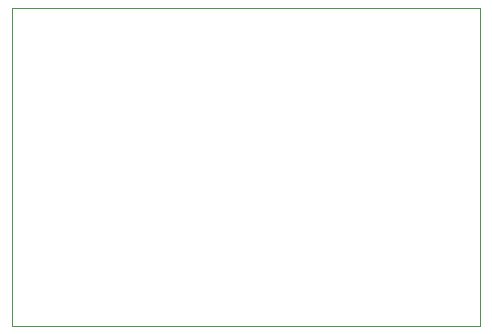
<source format=gbr>
%TF.GenerationSoftware,KiCad,Pcbnew,(5.1.10-1-10_14)*%
%TF.CreationDate,2021-12-17T20:44:53-05:00*%
%TF.ProjectId,Control_and_Output,436f6e74-726f-46c5-9f61-6e645f4f7574,rev?*%
%TF.SameCoordinates,Original*%
%TF.FileFunction,Profile,NP*%
%FSLAX46Y46*%
G04 Gerber Fmt 4.6, Leading zero omitted, Abs format (unit mm)*
G04 Created by KiCad (PCBNEW (5.1.10-1-10_14)) date 2021-12-17 20:44:53*
%MOMM*%
%LPD*%
G01*
G04 APERTURE LIST*
%TA.AperFunction,Profile*%
%ADD10C,0.050000*%
%TD*%
G04 APERTURE END LIST*
D10*
X43688000Y-66040000D02*
X58420000Y-66040000D01*
X43688000Y-92964000D02*
X43688000Y-66040000D01*
X83312000Y-92964000D02*
X43688000Y-92964000D01*
X83312000Y-66040000D02*
X83312000Y-92964000D01*
X58420000Y-66040000D02*
X83312000Y-66040000D01*
M02*

</source>
